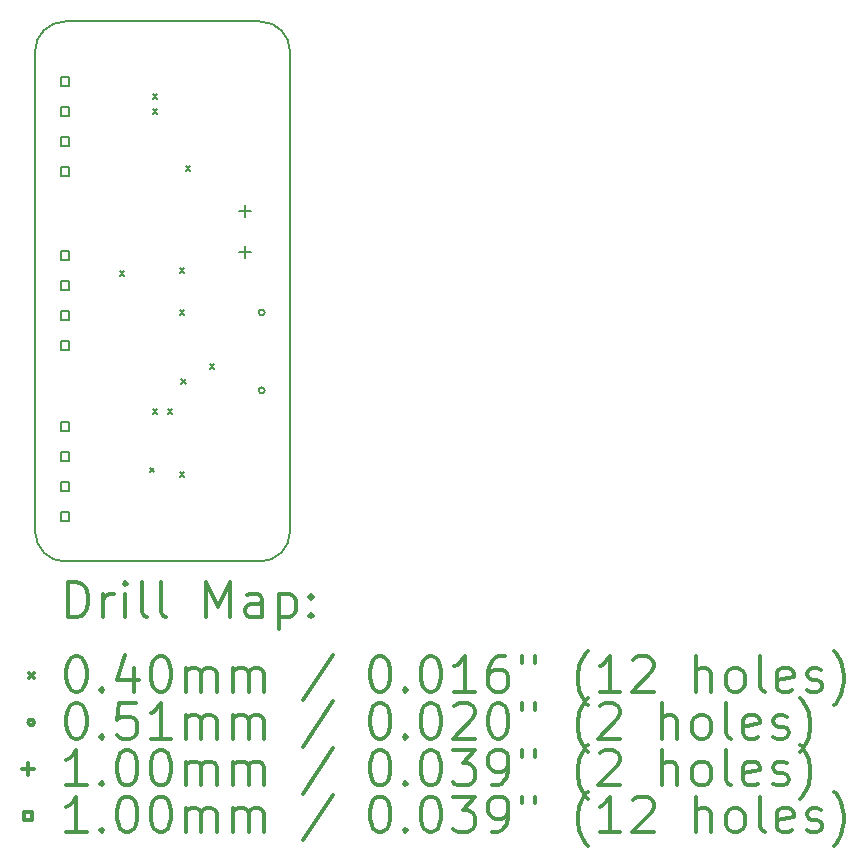
<source format=gbr>
%FSLAX45Y45*%
G04 Gerber Fmt 4.5, Leading zero omitted, Abs format (unit mm)*
G04 Created by KiCad (PCBNEW 5.0.1) date Sat 17 Nov 2018 00:43:47 AEDT*
%MOMM*%
%LPD*%
G01*
G04 APERTURE LIST*
%ADD10C,0.150000*%
%ADD11C,0.200000*%
%ADD12C,0.300000*%
G04 APERTURE END LIST*
D10*
X3048000Y-2540000D02*
X4699000Y-2540000D01*
X2794000Y-6858000D02*
X2794000Y-2794000D01*
X4699000Y-7112000D02*
X3048000Y-7112000D01*
X4953000Y-2794000D02*
X4953000Y-6858000D01*
X4953000Y-6858000D02*
G75*
G02X4699000Y-7112000I-254000J0D01*
G01*
X3048000Y-7112000D02*
G75*
G02X2794000Y-6858000I0J254000D01*
G01*
X2794000Y-2794000D02*
G75*
G02X3048000Y-2540000I254000J0D01*
G01*
X4699000Y-2540000D02*
G75*
G02X4953000Y-2794000I0J-254000D01*
G01*
D11*
X3510600Y-4653600D02*
X3550600Y-4693600D01*
X3550600Y-4653600D02*
X3510600Y-4693600D01*
X3764600Y-6317300D02*
X3804600Y-6357300D01*
X3804600Y-6317300D02*
X3764600Y-6357300D01*
X3790000Y-3155000D02*
X3830000Y-3195000D01*
X3830000Y-3155000D02*
X3790000Y-3195000D01*
X3790000Y-3282000D02*
X3830000Y-3322000D01*
X3830000Y-3282000D02*
X3790000Y-3322000D01*
X3790000Y-5822000D02*
X3830000Y-5862000D01*
X3830000Y-5822000D02*
X3790000Y-5862000D01*
X3917000Y-5822000D02*
X3957000Y-5862000D01*
X3957000Y-5822000D02*
X3917000Y-5862000D01*
X4018600Y-4628200D02*
X4058600Y-4668200D01*
X4058600Y-4628200D02*
X4018600Y-4668200D01*
X4018600Y-4983800D02*
X4058600Y-5023800D01*
X4058600Y-4983800D02*
X4018600Y-5023800D01*
X4018600Y-6355400D02*
X4058600Y-6395400D01*
X4058600Y-6355400D02*
X4018600Y-6395400D01*
X4031300Y-5569778D02*
X4071300Y-5609778D01*
X4071300Y-5569778D02*
X4031300Y-5609778D01*
X4069400Y-3764600D02*
X4109400Y-3804600D01*
X4109400Y-3764600D02*
X4069400Y-3804600D01*
X4272600Y-5441000D02*
X4312600Y-5481000D01*
X4312600Y-5441000D02*
X4272600Y-5481000D01*
X4737862Y-5004054D02*
G75*
G03X4737862Y-5004054I-25400J0D01*
G01*
X4737862Y-5663946D02*
G75*
G03X4737862Y-5663946I-25400J0D01*
G01*
X4572000Y-4093337D02*
X4572000Y-4193159D01*
X4522089Y-4143248D02*
X4621911Y-4143248D01*
X4572000Y-4442841D02*
X4572000Y-4542663D01*
X4522089Y-4492752D02*
X4621911Y-4492752D01*
X3083356Y-3083356D02*
X3083356Y-3012644D01*
X3012644Y-3012644D01*
X3012644Y-3083356D01*
X3083356Y-3083356D01*
X3083356Y-3337356D02*
X3083356Y-3266644D01*
X3012644Y-3266644D01*
X3012644Y-3337356D01*
X3083356Y-3337356D01*
X3083356Y-3591356D02*
X3083356Y-3520644D01*
X3012644Y-3520644D01*
X3012644Y-3591356D01*
X3083356Y-3591356D01*
X3083356Y-3845356D02*
X3083356Y-3774644D01*
X3012644Y-3774644D01*
X3012644Y-3845356D01*
X3083356Y-3845356D01*
X3083356Y-4556556D02*
X3083356Y-4485844D01*
X3012644Y-4485844D01*
X3012644Y-4556556D01*
X3083356Y-4556556D01*
X3083356Y-4810556D02*
X3083356Y-4739844D01*
X3012644Y-4739844D01*
X3012644Y-4810556D01*
X3083356Y-4810556D01*
X3083356Y-5064556D02*
X3083356Y-4993844D01*
X3012644Y-4993844D01*
X3012644Y-5064556D01*
X3083356Y-5064556D01*
X3083356Y-5318556D02*
X3083356Y-5247844D01*
X3012644Y-5247844D01*
X3012644Y-5318556D01*
X3083356Y-5318556D01*
X3083356Y-6004356D02*
X3083356Y-5933644D01*
X3012644Y-5933644D01*
X3012644Y-6004356D01*
X3083356Y-6004356D01*
X3083356Y-6258356D02*
X3083356Y-6187644D01*
X3012644Y-6187644D01*
X3012644Y-6258356D01*
X3083356Y-6258356D01*
X3083356Y-6512356D02*
X3083356Y-6441644D01*
X3012644Y-6441644D01*
X3012644Y-6512356D01*
X3083356Y-6512356D01*
X3083356Y-6766356D02*
X3083356Y-6695644D01*
X3012644Y-6695644D01*
X3012644Y-6766356D01*
X3083356Y-6766356D01*
D12*
X3072928Y-7585214D02*
X3072928Y-7285214D01*
X3144357Y-7285214D01*
X3187214Y-7299500D01*
X3215786Y-7328071D01*
X3230071Y-7356643D01*
X3244357Y-7413786D01*
X3244357Y-7456643D01*
X3230071Y-7513786D01*
X3215786Y-7542357D01*
X3187214Y-7570929D01*
X3144357Y-7585214D01*
X3072928Y-7585214D01*
X3372928Y-7585214D02*
X3372928Y-7385214D01*
X3372928Y-7442357D02*
X3387214Y-7413786D01*
X3401500Y-7399500D01*
X3430071Y-7385214D01*
X3458643Y-7385214D01*
X3558643Y-7585214D02*
X3558643Y-7385214D01*
X3558643Y-7285214D02*
X3544357Y-7299500D01*
X3558643Y-7313786D01*
X3572928Y-7299500D01*
X3558643Y-7285214D01*
X3558643Y-7313786D01*
X3744357Y-7585214D02*
X3715786Y-7570929D01*
X3701500Y-7542357D01*
X3701500Y-7285214D01*
X3901500Y-7585214D02*
X3872928Y-7570929D01*
X3858643Y-7542357D01*
X3858643Y-7285214D01*
X4244357Y-7585214D02*
X4244357Y-7285214D01*
X4344357Y-7499500D01*
X4444357Y-7285214D01*
X4444357Y-7585214D01*
X4715786Y-7585214D02*
X4715786Y-7428071D01*
X4701500Y-7399500D01*
X4672928Y-7385214D01*
X4615786Y-7385214D01*
X4587214Y-7399500D01*
X4715786Y-7570929D02*
X4687214Y-7585214D01*
X4615786Y-7585214D01*
X4587214Y-7570929D01*
X4572928Y-7542357D01*
X4572928Y-7513786D01*
X4587214Y-7485214D01*
X4615786Y-7470929D01*
X4687214Y-7470929D01*
X4715786Y-7456643D01*
X4858643Y-7385214D02*
X4858643Y-7685214D01*
X4858643Y-7399500D02*
X4887214Y-7385214D01*
X4944357Y-7385214D01*
X4972928Y-7399500D01*
X4987214Y-7413786D01*
X5001500Y-7442357D01*
X5001500Y-7528071D01*
X4987214Y-7556643D01*
X4972928Y-7570929D01*
X4944357Y-7585214D01*
X4887214Y-7585214D01*
X4858643Y-7570929D01*
X5130071Y-7556643D02*
X5144357Y-7570929D01*
X5130071Y-7585214D01*
X5115786Y-7570929D01*
X5130071Y-7556643D01*
X5130071Y-7585214D01*
X5130071Y-7399500D02*
X5144357Y-7413786D01*
X5130071Y-7428071D01*
X5115786Y-7413786D01*
X5130071Y-7399500D01*
X5130071Y-7428071D01*
X2746500Y-8059500D02*
X2786500Y-8099500D01*
X2786500Y-8059500D02*
X2746500Y-8099500D01*
X3130071Y-7915214D02*
X3158643Y-7915214D01*
X3187214Y-7929500D01*
X3201500Y-7943786D01*
X3215786Y-7972357D01*
X3230071Y-8029500D01*
X3230071Y-8100929D01*
X3215786Y-8158071D01*
X3201500Y-8186643D01*
X3187214Y-8200929D01*
X3158643Y-8215214D01*
X3130071Y-8215214D01*
X3101500Y-8200929D01*
X3087214Y-8186643D01*
X3072928Y-8158071D01*
X3058643Y-8100929D01*
X3058643Y-8029500D01*
X3072928Y-7972357D01*
X3087214Y-7943786D01*
X3101500Y-7929500D01*
X3130071Y-7915214D01*
X3358643Y-8186643D02*
X3372928Y-8200929D01*
X3358643Y-8215214D01*
X3344357Y-8200929D01*
X3358643Y-8186643D01*
X3358643Y-8215214D01*
X3630071Y-8015214D02*
X3630071Y-8215214D01*
X3558643Y-7900929D02*
X3487214Y-8115214D01*
X3672928Y-8115214D01*
X3844357Y-7915214D02*
X3872928Y-7915214D01*
X3901500Y-7929500D01*
X3915786Y-7943786D01*
X3930071Y-7972357D01*
X3944357Y-8029500D01*
X3944357Y-8100929D01*
X3930071Y-8158071D01*
X3915786Y-8186643D01*
X3901500Y-8200929D01*
X3872928Y-8215214D01*
X3844357Y-8215214D01*
X3815786Y-8200929D01*
X3801500Y-8186643D01*
X3787214Y-8158071D01*
X3772928Y-8100929D01*
X3772928Y-8029500D01*
X3787214Y-7972357D01*
X3801500Y-7943786D01*
X3815786Y-7929500D01*
X3844357Y-7915214D01*
X4072928Y-8215214D02*
X4072928Y-8015214D01*
X4072928Y-8043786D02*
X4087214Y-8029500D01*
X4115786Y-8015214D01*
X4158643Y-8015214D01*
X4187214Y-8029500D01*
X4201500Y-8058071D01*
X4201500Y-8215214D01*
X4201500Y-8058071D02*
X4215786Y-8029500D01*
X4244357Y-8015214D01*
X4287214Y-8015214D01*
X4315786Y-8029500D01*
X4330071Y-8058071D01*
X4330071Y-8215214D01*
X4472928Y-8215214D02*
X4472928Y-8015214D01*
X4472928Y-8043786D02*
X4487214Y-8029500D01*
X4515786Y-8015214D01*
X4558643Y-8015214D01*
X4587214Y-8029500D01*
X4601500Y-8058071D01*
X4601500Y-8215214D01*
X4601500Y-8058071D02*
X4615786Y-8029500D01*
X4644357Y-8015214D01*
X4687214Y-8015214D01*
X4715786Y-8029500D01*
X4730071Y-8058071D01*
X4730071Y-8215214D01*
X5315786Y-7900929D02*
X5058643Y-8286643D01*
X5701500Y-7915214D02*
X5730071Y-7915214D01*
X5758643Y-7929500D01*
X5772928Y-7943786D01*
X5787214Y-7972357D01*
X5801500Y-8029500D01*
X5801500Y-8100929D01*
X5787214Y-8158071D01*
X5772928Y-8186643D01*
X5758643Y-8200929D01*
X5730071Y-8215214D01*
X5701500Y-8215214D01*
X5672928Y-8200929D01*
X5658643Y-8186643D01*
X5644357Y-8158071D01*
X5630071Y-8100929D01*
X5630071Y-8029500D01*
X5644357Y-7972357D01*
X5658643Y-7943786D01*
X5672928Y-7929500D01*
X5701500Y-7915214D01*
X5930071Y-8186643D02*
X5944357Y-8200929D01*
X5930071Y-8215214D01*
X5915786Y-8200929D01*
X5930071Y-8186643D01*
X5930071Y-8215214D01*
X6130071Y-7915214D02*
X6158643Y-7915214D01*
X6187214Y-7929500D01*
X6201500Y-7943786D01*
X6215786Y-7972357D01*
X6230071Y-8029500D01*
X6230071Y-8100929D01*
X6215786Y-8158071D01*
X6201500Y-8186643D01*
X6187214Y-8200929D01*
X6158643Y-8215214D01*
X6130071Y-8215214D01*
X6101500Y-8200929D01*
X6087214Y-8186643D01*
X6072928Y-8158071D01*
X6058643Y-8100929D01*
X6058643Y-8029500D01*
X6072928Y-7972357D01*
X6087214Y-7943786D01*
X6101500Y-7929500D01*
X6130071Y-7915214D01*
X6515786Y-8215214D02*
X6344357Y-8215214D01*
X6430071Y-8215214D02*
X6430071Y-7915214D01*
X6401500Y-7958071D01*
X6372928Y-7986643D01*
X6344357Y-8000929D01*
X6772928Y-7915214D02*
X6715786Y-7915214D01*
X6687214Y-7929500D01*
X6672928Y-7943786D01*
X6644357Y-7986643D01*
X6630071Y-8043786D01*
X6630071Y-8158071D01*
X6644357Y-8186643D01*
X6658643Y-8200929D01*
X6687214Y-8215214D01*
X6744357Y-8215214D01*
X6772928Y-8200929D01*
X6787214Y-8186643D01*
X6801500Y-8158071D01*
X6801500Y-8086643D01*
X6787214Y-8058071D01*
X6772928Y-8043786D01*
X6744357Y-8029500D01*
X6687214Y-8029500D01*
X6658643Y-8043786D01*
X6644357Y-8058071D01*
X6630071Y-8086643D01*
X6915786Y-7915214D02*
X6915786Y-7972357D01*
X7030071Y-7915214D02*
X7030071Y-7972357D01*
X7472928Y-8329500D02*
X7458643Y-8315214D01*
X7430071Y-8272357D01*
X7415786Y-8243786D01*
X7401500Y-8200929D01*
X7387214Y-8129500D01*
X7387214Y-8072357D01*
X7401500Y-8000929D01*
X7415786Y-7958071D01*
X7430071Y-7929500D01*
X7458643Y-7886643D01*
X7472928Y-7872357D01*
X7744357Y-8215214D02*
X7572928Y-8215214D01*
X7658643Y-8215214D02*
X7658643Y-7915214D01*
X7630071Y-7958071D01*
X7601500Y-7986643D01*
X7572928Y-8000929D01*
X7858643Y-7943786D02*
X7872928Y-7929500D01*
X7901500Y-7915214D01*
X7972928Y-7915214D01*
X8001500Y-7929500D01*
X8015786Y-7943786D01*
X8030071Y-7972357D01*
X8030071Y-8000929D01*
X8015786Y-8043786D01*
X7844357Y-8215214D01*
X8030071Y-8215214D01*
X8387214Y-8215214D02*
X8387214Y-7915214D01*
X8515786Y-8215214D02*
X8515786Y-8058071D01*
X8501500Y-8029500D01*
X8472928Y-8015214D01*
X8430071Y-8015214D01*
X8401500Y-8029500D01*
X8387214Y-8043786D01*
X8701500Y-8215214D02*
X8672928Y-8200929D01*
X8658643Y-8186643D01*
X8644357Y-8158071D01*
X8644357Y-8072357D01*
X8658643Y-8043786D01*
X8672928Y-8029500D01*
X8701500Y-8015214D01*
X8744357Y-8015214D01*
X8772928Y-8029500D01*
X8787214Y-8043786D01*
X8801500Y-8072357D01*
X8801500Y-8158071D01*
X8787214Y-8186643D01*
X8772928Y-8200929D01*
X8744357Y-8215214D01*
X8701500Y-8215214D01*
X8972928Y-8215214D02*
X8944357Y-8200929D01*
X8930071Y-8172357D01*
X8930071Y-7915214D01*
X9201500Y-8200929D02*
X9172928Y-8215214D01*
X9115786Y-8215214D01*
X9087214Y-8200929D01*
X9072928Y-8172357D01*
X9072928Y-8058071D01*
X9087214Y-8029500D01*
X9115786Y-8015214D01*
X9172928Y-8015214D01*
X9201500Y-8029500D01*
X9215786Y-8058071D01*
X9215786Y-8086643D01*
X9072928Y-8115214D01*
X9330071Y-8200929D02*
X9358643Y-8215214D01*
X9415786Y-8215214D01*
X9444357Y-8200929D01*
X9458643Y-8172357D01*
X9458643Y-8158071D01*
X9444357Y-8129500D01*
X9415786Y-8115214D01*
X9372928Y-8115214D01*
X9344357Y-8100929D01*
X9330071Y-8072357D01*
X9330071Y-8058071D01*
X9344357Y-8029500D01*
X9372928Y-8015214D01*
X9415786Y-8015214D01*
X9444357Y-8029500D01*
X9558643Y-8329500D02*
X9572928Y-8315214D01*
X9601500Y-8272357D01*
X9615786Y-8243786D01*
X9630071Y-8200929D01*
X9644357Y-8129500D01*
X9644357Y-8072357D01*
X9630071Y-8000929D01*
X9615786Y-7958071D01*
X9601500Y-7929500D01*
X9572928Y-7886643D01*
X9558643Y-7872357D01*
X2786500Y-8475500D02*
G75*
G03X2786500Y-8475500I-25400J0D01*
G01*
X3130071Y-8311214D02*
X3158643Y-8311214D01*
X3187214Y-8325500D01*
X3201500Y-8339786D01*
X3215786Y-8368357D01*
X3230071Y-8425500D01*
X3230071Y-8496929D01*
X3215786Y-8554072D01*
X3201500Y-8582643D01*
X3187214Y-8596929D01*
X3158643Y-8611214D01*
X3130071Y-8611214D01*
X3101500Y-8596929D01*
X3087214Y-8582643D01*
X3072928Y-8554072D01*
X3058643Y-8496929D01*
X3058643Y-8425500D01*
X3072928Y-8368357D01*
X3087214Y-8339786D01*
X3101500Y-8325500D01*
X3130071Y-8311214D01*
X3358643Y-8582643D02*
X3372928Y-8596929D01*
X3358643Y-8611214D01*
X3344357Y-8596929D01*
X3358643Y-8582643D01*
X3358643Y-8611214D01*
X3644357Y-8311214D02*
X3501500Y-8311214D01*
X3487214Y-8454072D01*
X3501500Y-8439786D01*
X3530071Y-8425500D01*
X3601500Y-8425500D01*
X3630071Y-8439786D01*
X3644357Y-8454072D01*
X3658643Y-8482643D01*
X3658643Y-8554072D01*
X3644357Y-8582643D01*
X3630071Y-8596929D01*
X3601500Y-8611214D01*
X3530071Y-8611214D01*
X3501500Y-8596929D01*
X3487214Y-8582643D01*
X3944357Y-8611214D02*
X3772928Y-8611214D01*
X3858643Y-8611214D02*
X3858643Y-8311214D01*
X3830071Y-8354071D01*
X3801500Y-8382643D01*
X3772928Y-8396929D01*
X4072928Y-8611214D02*
X4072928Y-8411214D01*
X4072928Y-8439786D02*
X4087214Y-8425500D01*
X4115786Y-8411214D01*
X4158643Y-8411214D01*
X4187214Y-8425500D01*
X4201500Y-8454072D01*
X4201500Y-8611214D01*
X4201500Y-8454072D02*
X4215786Y-8425500D01*
X4244357Y-8411214D01*
X4287214Y-8411214D01*
X4315786Y-8425500D01*
X4330071Y-8454072D01*
X4330071Y-8611214D01*
X4472928Y-8611214D02*
X4472928Y-8411214D01*
X4472928Y-8439786D02*
X4487214Y-8425500D01*
X4515786Y-8411214D01*
X4558643Y-8411214D01*
X4587214Y-8425500D01*
X4601500Y-8454072D01*
X4601500Y-8611214D01*
X4601500Y-8454072D02*
X4615786Y-8425500D01*
X4644357Y-8411214D01*
X4687214Y-8411214D01*
X4715786Y-8425500D01*
X4730071Y-8454072D01*
X4730071Y-8611214D01*
X5315786Y-8296929D02*
X5058643Y-8682643D01*
X5701500Y-8311214D02*
X5730071Y-8311214D01*
X5758643Y-8325500D01*
X5772928Y-8339786D01*
X5787214Y-8368357D01*
X5801500Y-8425500D01*
X5801500Y-8496929D01*
X5787214Y-8554072D01*
X5772928Y-8582643D01*
X5758643Y-8596929D01*
X5730071Y-8611214D01*
X5701500Y-8611214D01*
X5672928Y-8596929D01*
X5658643Y-8582643D01*
X5644357Y-8554072D01*
X5630071Y-8496929D01*
X5630071Y-8425500D01*
X5644357Y-8368357D01*
X5658643Y-8339786D01*
X5672928Y-8325500D01*
X5701500Y-8311214D01*
X5930071Y-8582643D02*
X5944357Y-8596929D01*
X5930071Y-8611214D01*
X5915786Y-8596929D01*
X5930071Y-8582643D01*
X5930071Y-8611214D01*
X6130071Y-8311214D02*
X6158643Y-8311214D01*
X6187214Y-8325500D01*
X6201500Y-8339786D01*
X6215786Y-8368357D01*
X6230071Y-8425500D01*
X6230071Y-8496929D01*
X6215786Y-8554072D01*
X6201500Y-8582643D01*
X6187214Y-8596929D01*
X6158643Y-8611214D01*
X6130071Y-8611214D01*
X6101500Y-8596929D01*
X6087214Y-8582643D01*
X6072928Y-8554072D01*
X6058643Y-8496929D01*
X6058643Y-8425500D01*
X6072928Y-8368357D01*
X6087214Y-8339786D01*
X6101500Y-8325500D01*
X6130071Y-8311214D01*
X6344357Y-8339786D02*
X6358643Y-8325500D01*
X6387214Y-8311214D01*
X6458643Y-8311214D01*
X6487214Y-8325500D01*
X6501500Y-8339786D01*
X6515786Y-8368357D01*
X6515786Y-8396929D01*
X6501500Y-8439786D01*
X6330071Y-8611214D01*
X6515786Y-8611214D01*
X6701500Y-8311214D02*
X6730071Y-8311214D01*
X6758643Y-8325500D01*
X6772928Y-8339786D01*
X6787214Y-8368357D01*
X6801500Y-8425500D01*
X6801500Y-8496929D01*
X6787214Y-8554072D01*
X6772928Y-8582643D01*
X6758643Y-8596929D01*
X6730071Y-8611214D01*
X6701500Y-8611214D01*
X6672928Y-8596929D01*
X6658643Y-8582643D01*
X6644357Y-8554072D01*
X6630071Y-8496929D01*
X6630071Y-8425500D01*
X6644357Y-8368357D01*
X6658643Y-8339786D01*
X6672928Y-8325500D01*
X6701500Y-8311214D01*
X6915786Y-8311214D02*
X6915786Y-8368357D01*
X7030071Y-8311214D02*
X7030071Y-8368357D01*
X7472928Y-8725500D02*
X7458643Y-8711214D01*
X7430071Y-8668357D01*
X7415786Y-8639786D01*
X7401500Y-8596929D01*
X7387214Y-8525500D01*
X7387214Y-8468357D01*
X7401500Y-8396929D01*
X7415786Y-8354071D01*
X7430071Y-8325500D01*
X7458643Y-8282643D01*
X7472928Y-8268357D01*
X7572928Y-8339786D02*
X7587214Y-8325500D01*
X7615786Y-8311214D01*
X7687214Y-8311214D01*
X7715786Y-8325500D01*
X7730071Y-8339786D01*
X7744357Y-8368357D01*
X7744357Y-8396929D01*
X7730071Y-8439786D01*
X7558643Y-8611214D01*
X7744357Y-8611214D01*
X8101500Y-8611214D02*
X8101500Y-8311214D01*
X8230071Y-8611214D02*
X8230071Y-8454072D01*
X8215786Y-8425500D01*
X8187214Y-8411214D01*
X8144357Y-8411214D01*
X8115786Y-8425500D01*
X8101500Y-8439786D01*
X8415786Y-8611214D02*
X8387214Y-8596929D01*
X8372928Y-8582643D01*
X8358643Y-8554072D01*
X8358643Y-8468357D01*
X8372928Y-8439786D01*
X8387214Y-8425500D01*
X8415786Y-8411214D01*
X8458643Y-8411214D01*
X8487214Y-8425500D01*
X8501500Y-8439786D01*
X8515786Y-8468357D01*
X8515786Y-8554072D01*
X8501500Y-8582643D01*
X8487214Y-8596929D01*
X8458643Y-8611214D01*
X8415786Y-8611214D01*
X8687214Y-8611214D02*
X8658643Y-8596929D01*
X8644357Y-8568357D01*
X8644357Y-8311214D01*
X8915786Y-8596929D02*
X8887214Y-8611214D01*
X8830071Y-8611214D01*
X8801500Y-8596929D01*
X8787214Y-8568357D01*
X8787214Y-8454072D01*
X8801500Y-8425500D01*
X8830071Y-8411214D01*
X8887214Y-8411214D01*
X8915786Y-8425500D01*
X8930071Y-8454072D01*
X8930071Y-8482643D01*
X8787214Y-8511214D01*
X9044357Y-8596929D02*
X9072928Y-8611214D01*
X9130071Y-8611214D01*
X9158643Y-8596929D01*
X9172928Y-8568357D01*
X9172928Y-8554072D01*
X9158643Y-8525500D01*
X9130071Y-8511214D01*
X9087214Y-8511214D01*
X9058643Y-8496929D01*
X9044357Y-8468357D01*
X9044357Y-8454072D01*
X9058643Y-8425500D01*
X9087214Y-8411214D01*
X9130071Y-8411214D01*
X9158643Y-8425500D01*
X9272928Y-8725500D02*
X9287214Y-8711214D01*
X9315786Y-8668357D01*
X9330071Y-8639786D01*
X9344357Y-8596929D01*
X9358643Y-8525500D01*
X9358643Y-8468357D01*
X9344357Y-8396929D01*
X9330071Y-8354071D01*
X9315786Y-8325500D01*
X9287214Y-8282643D01*
X9272928Y-8268357D01*
X2736589Y-8821589D02*
X2736589Y-8921411D01*
X2686678Y-8871500D02*
X2786500Y-8871500D01*
X3230071Y-9007214D02*
X3058643Y-9007214D01*
X3144357Y-9007214D02*
X3144357Y-8707214D01*
X3115786Y-8750072D01*
X3087214Y-8778643D01*
X3058643Y-8792929D01*
X3358643Y-8978643D02*
X3372928Y-8992929D01*
X3358643Y-9007214D01*
X3344357Y-8992929D01*
X3358643Y-8978643D01*
X3358643Y-9007214D01*
X3558643Y-8707214D02*
X3587214Y-8707214D01*
X3615786Y-8721500D01*
X3630071Y-8735786D01*
X3644357Y-8764357D01*
X3658643Y-8821500D01*
X3658643Y-8892929D01*
X3644357Y-8950072D01*
X3630071Y-8978643D01*
X3615786Y-8992929D01*
X3587214Y-9007214D01*
X3558643Y-9007214D01*
X3530071Y-8992929D01*
X3515786Y-8978643D01*
X3501500Y-8950072D01*
X3487214Y-8892929D01*
X3487214Y-8821500D01*
X3501500Y-8764357D01*
X3515786Y-8735786D01*
X3530071Y-8721500D01*
X3558643Y-8707214D01*
X3844357Y-8707214D02*
X3872928Y-8707214D01*
X3901500Y-8721500D01*
X3915786Y-8735786D01*
X3930071Y-8764357D01*
X3944357Y-8821500D01*
X3944357Y-8892929D01*
X3930071Y-8950072D01*
X3915786Y-8978643D01*
X3901500Y-8992929D01*
X3872928Y-9007214D01*
X3844357Y-9007214D01*
X3815786Y-8992929D01*
X3801500Y-8978643D01*
X3787214Y-8950072D01*
X3772928Y-8892929D01*
X3772928Y-8821500D01*
X3787214Y-8764357D01*
X3801500Y-8735786D01*
X3815786Y-8721500D01*
X3844357Y-8707214D01*
X4072928Y-9007214D02*
X4072928Y-8807214D01*
X4072928Y-8835786D02*
X4087214Y-8821500D01*
X4115786Y-8807214D01*
X4158643Y-8807214D01*
X4187214Y-8821500D01*
X4201500Y-8850072D01*
X4201500Y-9007214D01*
X4201500Y-8850072D02*
X4215786Y-8821500D01*
X4244357Y-8807214D01*
X4287214Y-8807214D01*
X4315786Y-8821500D01*
X4330071Y-8850072D01*
X4330071Y-9007214D01*
X4472928Y-9007214D02*
X4472928Y-8807214D01*
X4472928Y-8835786D02*
X4487214Y-8821500D01*
X4515786Y-8807214D01*
X4558643Y-8807214D01*
X4587214Y-8821500D01*
X4601500Y-8850072D01*
X4601500Y-9007214D01*
X4601500Y-8850072D02*
X4615786Y-8821500D01*
X4644357Y-8807214D01*
X4687214Y-8807214D01*
X4715786Y-8821500D01*
X4730071Y-8850072D01*
X4730071Y-9007214D01*
X5315786Y-8692929D02*
X5058643Y-9078643D01*
X5701500Y-8707214D02*
X5730071Y-8707214D01*
X5758643Y-8721500D01*
X5772928Y-8735786D01*
X5787214Y-8764357D01*
X5801500Y-8821500D01*
X5801500Y-8892929D01*
X5787214Y-8950072D01*
X5772928Y-8978643D01*
X5758643Y-8992929D01*
X5730071Y-9007214D01*
X5701500Y-9007214D01*
X5672928Y-8992929D01*
X5658643Y-8978643D01*
X5644357Y-8950072D01*
X5630071Y-8892929D01*
X5630071Y-8821500D01*
X5644357Y-8764357D01*
X5658643Y-8735786D01*
X5672928Y-8721500D01*
X5701500Y-8707214D01*
X5930071Y-8978643D02*
X5944357Y-8992929D01*
X5930071Y-9007214D01*
X5915786Y-8992929D01*
X5930071Y-8978643D01*
X5930071Y-9007214D01*
X6130071Y-8707214D02*
X6158643Y-8707214D01*
X6187214Y-8721500D01*
X6201500Y-8735786D01*
X6215786Y-8764357D01*
X6230071Y-8821500D01*
X6230071Y-8892929D01*
X6215786Y-8950072D01*
X6201500Y-8978643D01*
X6187214Y-8992929D01*
X6158643Y-9007214D01*
X6130071Y-9007214D01*
X6101500Y-8992929D01*
X6087214Y-8978643D01*
X6072928Y-8950072D01*
X6058643Y-8892929D01*
X6058643Y-8821500D01*
X6072928Y-8764357D01*
X6087214Y-8735786D01*
X6101500Y-8721500D01*
X6130071Y-8707214D01*
X6330071Y-8707214D02*
X6515786Y-8707214D01*
X6415786Y-8821500D01*
X6458643Y-8821500D01*
X6487214Y-8835786D01*
X6501500Y-8850072D01*
X6515786Y-8878643D01*
X6515786Y-8950072D01*
X6501500Y-8978643D01*
X6487214Y-8992929D01*
X6458643Y-9007214D01*
X6372928Y-9007214D01*
X6344357Y-8992929D01*
X6330071Y-8978643D01*
X6658643Y-9007214D02*
X6715786Y-9007214D01*
X6744357Y-8992929D01*
X6758643Y-8978643D01*
X6787214Y-8935786D01*
X6801500Y-8878643D01*
X6801500Y-8764357D01*
X6787214Y-8735786D01*
X6772928Y-8721500D01*
X6744357Y-8707214D01*
X6687214Y-8707214D01*
X6658643Y-8721500D01*
X6644357Y-8735786D01*
X6630071Y-8764357D01*
X6630071Y-8835786D01*
X6644357Y-8864357D01*
X6658643Y-8878643D01*
X6687214Y-8892929D01*
X6744357Y-8892929D01*
X6772928Y-8878643D01*
X6787214Y-8864357D01*
X6801500Y-8835786D01*
X6915786Y-8707214D02*
X6915786Y-8764357D01*
X7030071Y-8707214D02*
X7030071Y-8764357D01*
X7472928Y-9121500D02*
X7458643Y-9107214D01*
X7430071Y-9064357D01*
X7415786Y-9035786D01*
X7401500Y-8992929D01*
X7387214Y-8921500D01*
X7387214Y-8864357D01*
X7401500Y-8792929D01*
X7415786Y-8750072D01*
X7430071Y-8721500D01*
X7458643Y-8678643D01*
X7472928Y-8664357D01*
X7572928Y-8735786D02*
X7587214Y-8721500D01*
X7615786Y-8707214D01*
X7687214Y-8707214D01*
X7715786Y-8721500D01*
X7730071Y-8735786D01*
X7744357Y-8764357D01*
X7744357Y-8792929D01*
X7730071Y-8835786D01*
X7558643Y-9007214D01*
X7744357Y-9007214D01*
X8101500Y-9007214D02*
X8101500Y-8707214D01*
X8230071Y-9007214D02*
X8230071Y-8850072D01*
X8215786Y-8821500D01*
X8187214Y-8807214D01*
X8144357Y-8807214D01*
X8115786Y-8821500D01*
X8101500Y-8835786D01*
X8415786Y-9007214D02*
X8387214Y-8992929D01*
X8372928Y-8978643D01*
X8358643Y-8950072D01*
X8358643Y-8864357D01*
X8372928Y-8835786D01*
X8387214Y-8821500D01*
X8415786Y-8807214D01*
X8458643Y-8807214D01*
X8487214Y-8821500D01*
X8501500Y-8835786D01*
X8515786Y-8864357D01*
X8515786Y-8950072D01*
X8501500Y-8978643D01*
X8487214Y-8992929D01*
X8458643Y-9007214D01*
X8415786Y-9007214D01*
X8687214Y-9007214D02*
X8658643Y-8992929D01*
X8644357Y-8964357D01*
X8644357Y-8707214D01*
X8915786Y-8992929D02*
X8887214Y-9007214D01*
X8830071Y-9007214D01*
X8801500Y-8992929D01*
X8787214Y-8964357D01*
X8787214Y-8850072D01*
X8801500Y-8821500D01*
X8830071Y-8807214D01*
X8887214Y-8807214D01*
X8915786Y-8821500D01*
X8930071Y-8850072D01*
X8930071Y-8878643D01*
X8787214Y-8907214D01*
X9044357Y-8992929D02*
X9072928Y-9007214D01*
X9130071Y-9007214D01*
X9158643Y-8992929D01*
X9172928Y-8964357D01*
X9172928Y-8950072D01*
X9158643Y-8921500D01*
X9130071Y-8907214D01*
X9087214Y-8907214D01*
X9058643Y-8892929D01*
X9044357Y-8864357D01*
X9044357Y-8850072D01*
X9058643Y-8821500D01*
X9087214Y-8807214D01*
X9130071Y-8807214D01*
X9158643Y-8821500D01*
X9272928Y-9121500D02*
X9287214Y-9107214D01*
X9315786Y-9064357D01*
X9330071Y-9035786D01*
X9344357Y-8992929D01*
X9358643Y-8921500D01*
X9358643Y-8864357D01*
X9344357Y-8792929D01*
X9330071Y-8750072D01*
X9315786Y-8721500D01*
X9287214Y-8678643D01*
X9272928Y-8664357D01*
X2771856Y-9302856D02*
X2771856Y-9232144D01*
X2701144Y-9232144D01*
X2701144Y-9302856D01*
X2771856Y-9302856D01*
X3230071Y-9403214D02*
X3058643Y-9403214D01*
X3144357Y-9403214D02*
X3144357Y-9103214D01*
X3115786Y-9146072D01*
X3087214Y-9174643D01*
X3058643Y-9188929D01*
X3358643Y-9374643D02*
X3372928Y-9388929D01*
X3358643Y-9403214D01*
X3344357Y-9388929D01*
X3358643Y-9374643D01*
X3358643Y-9403214D01*
X3558643Y-9103214D02*
X3587214Y-9103214D01*
X3615786Y-9117500D01*
X3630071Y-9131786D01*
X3644357Y-9160357D01*
X3658643Y-9217500D01*
X3658643Y-9288929D01*
X3644357Y-9346072D01*
X3630071Y-9374643D01*
X3615786Y-9388929D01*
X3587214Y-9403214D01*
X3558643Y-9403214D01*
X3530071Y-9388929D01*
X3515786Y-9374643D01*
X3501500Y-9346072D01*
X3487214Y-9288929D01*
X3487214Y-9217500D01*
X3501500Y-9160357D01*
X3515786Y-9131786D01*
X3530071Y-9117500D01*
X3558643Y-9103214D01*
X3844357Y-9103214D02*
X3872928Y-9103214D01*
X3901500Y-9117500D01*
X3915786Y-9131786D01*
X3930071Y-9160357D01*
X3944357Y-9217500D01*
X3944357Y-9288929D01*
X3930071Y-9346072D01*
X3915786Y-9374643D01*
X3901500Y-9388929D01*
X3872928Y-9403214D01*
X3844357Y-9403214D01*
X3815786Y-9388929D01*
X3801500Y-9374643D01*
X3787214Y-9346072D01*
X3772928Y-9288929D01*
X3772928Y-9217500D01*
X3787214Y-9160357D01*
X3801500Y-9131786D01*
X3815786Y-9117500D01*
X3844357Y-9103214D01*
X4072928Y-9403214D02*
X4072928Y-9203214D01*
X4072928Y-9231786D02*
X4087214Y-9217500D01*
X4115786Y-9203214D01*
X4158643Y-9203214D01*
X4187214Y-9217500D01*
X4201500Y-9246072D01*
X4201500Y-9403214D01*
X4201500Y-9246072D02*
X4215786Y-9217500D01*
X4244357Y-9203214D01*
X4287214Y-9203214D01*
X4315786Y-9217500D01*
X4330071Y-9246072D01*
X4330071Y-9403214D01*
X4472928Y-9403214D02*
X4472928Y-9203214D01*
X4472928Y-9231786D02*
X4487214Y-9217500D01*
X4515786Y-9203214D01*
X4558643Y-9203214D01*
X4587214Y-9217500D01*
X4601500Y-9246072D01*
X4601500Y-9403214D01*
X4601500Y-9246072D02*
X4615786Y-9217500D01*
X4644357Y-9203214D01*
X4687214Y-9203214D01*
X4715786Y-9217500D01*
X4730071Y-9246072D01*
X4730071Y-9403214D01*
X5315786Y-9088929D02*
X5058643Y-9474643D01*
X5701500Y-9103214D02*
X5730071Y-9103214D01*
X5758643Y-9117500D01*
X5772928Y-9131786D01*
X5787214Y-9160357D01*
X5801500Y-9217500D01*
X5801500Y-9288929D01*
X5787214Y-9346072D01*
X5772928Y-9374643D01*
X5758643Y-9388929D01*
X5730071Y-9403214D01*
X5701500Y-9403214D01*
X5672928Y-9388929D01*
X5658643Y-9374643D01*
X5644357Y-9346072D01*
X5630071Y-9288929D01*
X5630071Y-9217500D01*
X5644357Y-9160357D01*
X5658643Y-9131786D01*
X5672928Y-9117500D01*
X5701500Y-9103214D01*
X5930071Y-9374643D02*
X5944357Y-9388929D01*
X5930071Y-9403214D01*
X5915786Y-9388929D01*
X5930071Y-9374643D01*
X5930071Y-9403214D01*
X6130071Y-9103214D02*
X6158643Y-9103214D01*
X6187214Y-9117500D01*
X6201500Y-9131786D01*
X6215786Y-9160357D01*
X6230071Y-9217500D01*
X6230071Y-9288929D01*
X6215786Y-9346072D01*
X6201500Y-9374643D01*
X6187214Y-9388929D01*
X6158643Y-9403214D01*
X6130071Y-9403214D01*
X6101500Y-9388929D01*
X6087214Y-9374643D01*
X6072928Y-9346072D01*
X6058643Y-9288929D01*
X6058643Y-9217500D01*
X6072928Y-9160357D01*
X6087214Y-9131786D01*
X6101500Y-9117500D01*
X6130071Y-9103214D01*
X6330071Y-9103214D02*
X6515786Y-9103214D01*
X6415786Y-9217500D01*
X6458643Y-9217500D01*
X6487214Y-9231786D01*
X6501500Y-9246072D01*
X6515786Y-9274643D01*
X6515786Y-9346072D01*
X6501500Y-9374643D01*
X6487214Y-9388929D01*
X6458643Y-9403214D01*
X6372928Y-9403214D01*
X6344357Y-9388929D01*
X6330071Y-9374643D01*
X6658643Y-9403214D02*
X6715786Y-9403214D01*
X6744357Y-9388929D01*
X6758643Y-9374643D01*
X6787214Y-9331786D01*
X6801500Y-9274643D01*
X6801500Y-9160357D01*
X6787214Y-9131786D01*
X6772928Y-9117500D01*
X6744357Y-9103214D01*
X6687214Y-9103214D01*
X6658643Y-9117500D01*
X6644357Y-9131786D01*
X6630071Y-9160357D01*
X6630071Y-9231786D01*
X6644357Y-9260357D01*
X6658643Y-9274643D01*
X6687214Y-9288929D01*
X6744357Y-9288929D01*
X6772928Y-9274643D01*
X6787214Y-9260357D01*
X6801500Y-9231786D01*
X6915786Y-9103214D02*
X6915786Y-9160357D01*
X7030071Y-9103214D02*
X7030071Y-9160357D01*
X7472928Y-9517500D02*
X7458643Y-9503214D01*
X7430071Y-9460357D01*
X7415786Y-9431786D01*
X7401500Y-9388929D01*
X7387214Y-9317500D01*
X7387214Y-9260357D01*
X7401500Y-9188929D01*
X7415786Y-9146072D01*
X7430071Y-9117500D01*
X7458643Y-9074643D01*
X7472928Y-9060357D01*
X7744357Y-9403214D02*
X7572928Y-9403214D01*
X7658643Y-9403214D02*
X7658643Y-9103214D01*
X7630071Y-9146072D01*
X7601500Y-9174643D01*
X7572928Y-9188929D01*
X7858643Y-9131786D02*
X7872928Y-9117500D01*
X7901500Y-9103214D01*
X7972928Y-9103214D01*
X8001500Y-9117500D01*
X8015786Y-9131786D01*
X8030071Y-9160357D01*
X8030071Y-9188929D01*
X8015786Y-9231786D01*
X7844357Y-9403214D01*
X8030071Y-9403214D01*
X8387214Y-9403214D02*
X8387214Y-9103214D01*
X8515786Y-9403214D02*
X8515786Y-9246072D01*
X8501500Y-9217500D01*
X8472928Y-9203214D01*
X8430071Y-9203214D01*
X8401500Y-9217500D01*
X8387214Y-9231786D01*
X8701500Y-9403214D02*
X8672928Y-9388929D01*
X8658643Y-9374643D01*
X8644357Y-9346072D01*
X8644357Y-9260357D01*
X8658643Y-9231786D01*
X8672928Y-9217500D01*
X8701500Y-9203214D01*
X8744357Y-9203214D01*
X8772928Y-9217500D01*
X8787214Y-9231786D01*
X8801500Y-9260357D01*
X8801500Y-9346072D01*
X8787214Y-9374643D01*
X8772928Y-9388929D01*
X8744357Y-9403214D01*
X8701500Y-9403214D01*
X8972928Y-9403214D02*
X8944357Y-9388929D01*
X8930071Y-9360357D01*
X8930071Y-9103214D01*
X9201500Y-9388929D02*
X9172928Y-9403214D01*
X9115786Y-9403214D01*
X9087214Y-9388929D01*
X9072928Y-9360357D01*
X9072928Y-9246072D01*
X9087214Y-9217500D01*
X9115786Y-9203214D01*
X9172928Y-9203214D01*
X9201500Y-9217500D01*
X9215786Y-9246072D01*
X9215786Y-9274643D01*
X9072928Y-9303214D01*
X9330071Y-9388929D02*
X9358643Y-9403214D01*
X9415786Y-9403214D01*
X9444357Y-9388929D01*
X9458643Y-9360357D01*
X9458643Y-9346072D01*
X9444357Y-9317500D01*
X9415786Y-9303214D01*
X9372928Y-9303214D01*
X9344357Y-9288929D01*
X9330071Y-9260357D01*
X9330071Y-9246072D01*
X9344357Y-9217500D01*
X9372928Y-9203214D01*
X9415786Y-9203214D01*
X9444357Y-9217500D01*
X9558643Y-9517500D02*
X9572928Y-9503214D01*
X9601500Y-9460357D01*
X9615786Y-9431786D01*
X9630071Y-9388929D01*
X9644357Y-9317500D01*
X9644357Y-9260357D01*
X9630071Y-9188929D01*
X9615786Y-9146072D01*
X9601500Y-9117500D01*
X9572928Y-9074643D01*
X9558643Y-9060357D01*
M02*

</source>
